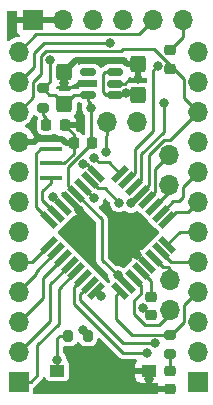
<source format=gbr>
%TF.GenerationSoftware,KiCad,Pcbnew,6.0.11-2627ca5db0~126~ubuntu22.04.1*%
%TF.CreationDate,2023-09-30T14:12:33+02:00*%
%TF.ProjectId,atmega328pb-nano,61746d65-6761-4333-9238-70622d6e616e,rev?*%
%TF.SameCoordinates,Original*%
%TF.FileFunction,Copper,L1,Top*%
%TF.FilePolarity,Positive*%
%FSLAX46Y46*%
G04 Gerber Fmt 4.6, Leading zero omitted, Abs format (unit mm)*
G04 Created by KiCad (PCBNEW 6.0.11-2627ca5db0~126~ubuntu22.04.1) date 2023-09-30 14:12:33*
%MOMM*%
%LPD*%
G01*
G04 APERTURE LIST*
G04 Aperture macros list*
%AMRoundRect*
0 Rectangle with rounded corners*
0 $1 Rounding radius*
0 $2 $3 $4 $5 $6 $7 $8 $9 X,Y pos of 4 corners*
0 Add a 4 corners polygon primitive as box body*
4,1,4,$2,$3,$4,$5,$6,$7,$8,$9,$2,$3,0*
0 Add four circle primitives for the rounded corners*
1,1,$1+$1,$2,$3*
1,1,$1+$1,$4,$5*
1,1,$1+$1,$6,$7*
1,1,$1+$1,$8,$9*
0 Add four rect primitives between the rounded corners*
20,1,$1+$1,$2,$3,$4,$5,0*
20,1,$1+$1,$4,$5,$6,$7,0*
20,1,$1+$1,$6,$7,$8,$9,0*
20,1,$1+$1,$8,$9,$2,$3,0*%
%AMRotRect*
0 Rectangle, with rotation*
0 The origin of the aperture is its center*
0 $1 length*
0 $2 width*
0 $3 Rotation angle, in degrees counterclockwise*
0 Add horizontal line*
21,1,$1,$2,0,0,$3*%
G04 Aperture macros list end*
%TA.AperFunction,ComponentPad*%
%ADD10R,1.700000X1.700000*%
%TD*%
%TA.AperFunction,ComponentPad*%
%ADD11O,1.700000X1.700000*%
%TD*%
%TA.AperFunction,SMDPad,CuDef*%
%ADD12RoundRect,0.200000X-0.200000X-0.275000X0.200000X-0.275000X0.200000X0.275000X-0.200000X0.275000X0*%
%TD*%
%TA.AperFunction,SMDPad,CuDef*%
%ADD13RoundRect,0.200000X0.275000X-0.200000X0.275000X0.200000X-0.275000X0.200000X-0.275000X-0.200000X0*%
%TD*%
%TA.AperFunction,SMDPad,CuDef*%
%ADD14RoundRect,0.225000X0.250000X-0.225000X0.250000X0.225000X-0.250000X0.225000X-0.250000X-0.225000X0*%
%TD*%
%TA.AperFunction,SMDPad,CuDef*%
%ADD15RoundRect,0.218750X0.218750X0.256250X-0.218750X0.256250X-0.218750X-0.256250X0.218750X-0.256250X0*%
%TD*%
%TA.AperFunction,SMDPad,CuDef*%
%ADD16RoundRect,0.250000X0.425000X-0.450000X0.425000X0.450000X-0.425000X0.450000X-0.425000X-0.450000X0*%
%TD*%
%TA.AperFunction,SMDPad,CuDef*%
%ADD17R,1.900000X0.400000*%
%TD*%
%TA.AperFunction,SMDPad,CuDef*%
%ADD18RoundRect,0.225000X-0.225000X-0.250000X0.225000X-0.250000X0.225000X0.250000X-0.225000X0.250000X0*%
%TD*%
%TA.AperFunction,SMDPad,CuDef*%
%ADD19RoundRect,0.225000X-0.250000X0.225000X-0.250000X-0.225000X0.250000X-0.225000X0.250000X0.225000X0*%
%TD*%
%TA.AperFunction,SMDPad,CuDef*%
%ADD20RoundRect,0.150000X0.512500X0.150000X-0.512500X0.150000X-0.512500X-0.150000X0.512500X-0.150000X0*%
%TD*%
%TA.AperFunction,SMDPad,CuDef*%
%ADD21RoundRect,0.218750X0.256250X-0.218750X0.256250X0.218750X-0.256250X0.218750X-0.256250X-0.218750X0*%
%TD*%
%TA.AperFunction,SMDPad,CuDef*%
%ADD22RotRect,1.600000X0.550000X315.000000*%
%TD*%
%TA.AperFunction,SMDPad,CuDef*%
%ADD23RotRect,1.600000X0.550000X45.000000*%
%TD*%
%TA.AperFunction,SMDPad,CuDef*%
%ADD24R,1.250000X1.000000*%
%TD*%
%TA.AperFunction,ViaPad*%
%ADD25C,0.800000*%
%TD*%
%TA.AperFunction,Conductor*%
%ADD26C,0.250000*%
%TD*%
%TA.AperFunction,Conductor*%
%ADD27C,0.500000*%
%TD*%
G04 APERTURE END LIST*
D10*
%TO.P,J2,1,Pin_1*%
%TO.N,GNDD*%
X173250000Y-93625000D03*
D11*
%TO.P,J2,2,Pin_2*%
X175790000Y-93625000D03*
%TO.P,J2,3,Pin_3*%
%TO.N,+5VD*%
X178330000Y-93625000D03*
%TO.P,J2,4,Pin_4*%
%TO.N,RXD*%
X180870000Y-93625000D03*
%TO.P,J2,5,Pin_5*%
%TO.N,TXD*%
X183410000Y-93625000D03*
%TO.P,J2,6,Pin_6*%
%TO.N,DTR*%
X185950000Y-93625000D03*
%TD*%
D12*
%TO.P,R11,1*%
%TO.N,~{RESET}*%
X176225000Y-120375000D03*
%TO.P,R11,2*%
%TO.N,+5VD*%
X177875000Y-120375000D03*
%TD*%
D13*
%TO.P,R20,1*%
%TO.N,Net-(D20-Pad2)*%
X174075000Y-101050000D03*
%TO.P,R20,2*%
%TO.N,+5VD*%
X174075000Y-99400000D03*
%TD*%
D11*
%TO.P,J12,1,Pin_1*%
%TO.N,A4*%
X184750000Y-107600000D03*
%TO.P,J12,2,Pin_2*%
%TO.N,A5*%
X184750000Y-105060000D03*
%TD*%
D14*
%TO.P,C12,1*%
%TO.N,GNDD*%
X183200000Y-118575000D03*
%TO.P,C12,2*%
%TO.N,Net-(C12-Pad2)*%
X183200000Y-117025000D03*
%TD*%
D15*
%TO.P,D20,1,K*%
%TO.N,GNDD*%
X175937500Y-102525000D03*
%TO.P,D20,2,A*%
%TO.N,Net-(D20-Pad2)*%
X174362500Y-102525000D03*
%TD*%
D16*
%TO.P,C21,1*%
%TO.N,+5VD*%
X175875000Y-100700000D03*
%TO.P,C21,2*%
%TO.N,GNDD*%
X175875000Y-98000000D03*
%TD*%
D13*
%TO.P,R10,1*%
%TO.N,Net-(D10-Pad2)*%
X184800000Y-121925000D03*
%TO.P,R10,2*%
%TO.N,SCK*%
X184800000Y-120275000D03*
%TD*%
D11*
%TO.P,J14,1,Pin_1*%
%TO.N,SDA1*%
X182020000Y-102225000D03*
%TO.P,J14,2,Pin_2*%
%TO.N,SCL1*%
X179480000Y-102225000D03*
%TD*%
D17*
%TO.P,Y1,1,1*%
%TO.N,Net-(U1-Pad7)*%
X174725000Y-106950000D03*
%TO.P,Y1,2,2*%
%TO.N,GNDD*%
X174725000Y-105750000D03*
%TO.P,Y1,3,3*%
%TO.N,Net-(U1-Pad8)*%
X174725000Y-104550000D03*
%TD*%
D18*
%TO.P,C10,1*%
%TO.N,GNDD*%
X176650000Y-104050000D03*
%TO.P,C10,2*%
%TO.N,+5VD*%
X178200000Y-104050000D03*
%TD*%
D19*
%TO.P,C13,1*%
%TO.N,DTR*%
X184850000Y-96175000D03*
%TO.P,C13,2*%
%TO.N,~{RESET}*%
X184850000Y-97725000D03*
%TD*%
D11*
%TO.P,J13,1,Pin_1*%
%TO.N,A6*%
X184800000Y-118175000D03*
%TO.P,J13,2,Pin_2*%
%TO.N,A7*%
X184800000Y-115635000D03*
%TD*%
D20*
%TO.P,U20,1,IN*%
%TO.N,RAW*%
X180162500Y-99950000D03*
%TO.P,U20,2,GND*%
%TO.N,GNDD*%
X180162500Y-99000000D03*
%TO.P,U20,3,EN*%
%TO.N,RAW*%
X180162500Y-98050000D03*
%TO.P,U20,4,BP*%
%TO.N,unconnected-(U20-Pad4)*%
X177887500Y-98050000D03*
%TO.P,U20,5,OUT*%
%TO.N,+5VD*%
X177887500Y-99950000D03*
%TD*%
D21*
%TO.P,D10,1,K*%
%TO.N,GNDD*%
X184800000Y-124887500D03*
%TO.P,D10,2,A*%
%TO.N,Net-(D10-Pad2)*%
X184800000Y-123312500D03*
%TD*%
D10*
%TO.P,J10,1,Pin_1*%
%TO.N,D9*%
X172000000Y-124250000D03*
D11*
%TO.P,J10,2,Pin_2*%
%TO.N,D8*%
X172000000Y-121710000D03*
%TO.P,J10,3,Pin_3*%
%TO.N,D7*%
X172000000Y-119170000D03*
%TO.P,J10,4,Pin_4*%
%TO.N,D6*%
X172000000Y-116630000D03*
%TO.P,J10,5,Pin_5*%
%TO.N,D5*%
X172000000Y-114090000D03*
%TO.P,J10,6,Pin_6*%
%TO.N,D4*%
X172000000Y-111550000D03*
%TO.P,J10,7,Pin_7*%
%TO.N,D3*%
X172000000Y-109010000D03*
%TO.P,J10,8,Pin_8*%
%TO.N,D2*%
X172000000Y-106470000D03*
%TO.P,J10,9,Pin_9*%
%TO.N,GNDD*%
X172000000Y-103930000D03*
%TO.P,J10,10,Pin_10*%
%TO.N,~{RESET}*%
X172000000Y-101390000D03*
%TO.P,J10,11,Pin_11*%
%TO.N,RXD*%
X172000000Y-98850000D03*
%TO.P,J10,12,Pin_12*%
%TO.N,TXD*%
X172000000Y-96310000D03*
%TD*%
D22*
%TO.P,U1,1,(OC2B/INT1/PTCXY)PD3*%
%TO.N,D3*%
X178574695Y-106614897D03*
%TO.P,U1,2,(XCK0/T0/PTCXY)PD4*%
%TO.N,D4*%
X178009010Y-107180583D03*
%TO.P,U1,3,PE0(PTCXY/SDA1/ICP4/ACO)*%
%TO.N,SDA1*%
X177443324Y-107746268D03*
%TO.P,U1,4,VCC*%
%TO.N,+5VD*%
X176877639Y-108311953D03*
%TO.P,U1,5,GND*%
%TO.N,GNDD*%
X176311953Y-108877639D03*
%TO.P,U1,6,PE1(PTCXY/SCL1/T4)*%
%TO.N,SCL1*%
X175746268Y-109443324D03*
%TO.P,U1,7,(XTAL1/TOSC1)PB6*%
%TO.N,Net-(U1-Pad7)*%
X175180583Y-110009010D03*
%TO.P,U1,8,(XTAL2/TOSC2)PB7*%
%TO.N,Net-(U1-Pad8)*%
X174614897Y-110574695D03*
D23*
%TO.P,U1,9,(OC0B/T1/PTCXY)PD5*%
%TO.N,D5*%
X174614897Y-112625305D03*
%TO.P,U1,10,(OC0A/AIN0/PTCXY)PD6*%
%TO.N,D6*%
X175180583Y-113190990D03*
%TO.P,U1,11,(AIN1/PTCXY)PD7*%
%TO.N,D7*%
X175746268Y-113756676D03*
%TO.P,U1,12,(CLKO/ICP1/PTCXY)PB0*%
%TO.N,D8*%
X176311953Y-114322361D03*
%TO.P,U1,13,(OC1A/PTCXY)PB1*%
%TO.N,D9*%
X176877639Y-114888047D03*
%TO.P,U1,14,(OC1B/~{SS0}/PTCXY)PB2*%
%TO.N,D10*%
X177443324Y-115453732D03*
%TO.P,U1,15,(MOSI0/TXD1/OC2A/PTCXY)PB3*%
%TO.N,MOSI*%
X178009010Y-116019417D03*
%TO.P,U1,16,(MISO0/RXD1/PTCXY)PB4*%
%TO.N,MISO*%
X178574695Y-116585103D03*
D22*
%TO.P,U1,17,(XCK0/SCK0/PTCXY)PB5*%
%TO.N,SCK*%
X180625305Y-116585103D03*
%TO.P,U1,18,AVCC*%
%TO.N,+5VD*%
X181190990Y-116019417D03*
%TO.P,U1,19,PE2(PTCY/ADC6/ICP3/~{SS1})*%
%TO.N,A6*%
X181756676Y-115453732D03*
%TO.P,U1,20,AREF*%
%TO.N,Net-(C12-Pad2)*%
X182322361Y-114888047D03*
%TO.P,U1,21,GND*%
%TO.N,GNDD*%
X182888047Y-114322361D03*
%TO.P,U1,22,PE3(PTCY/ADC7/T3/MOSI1)*%
%TO.N,A7*%
X183453732Y-113756676D03*
%TO.P,U1,23,(MISO1/ADC0/PTCY)PC0*%
%TO.N,A0*%
X184019417Y-113190990D03*
%TO.P,U1,24,(SCK1/ADC1/PTCY)PC1*%
%TO.N,A1*%
X184585103Y-112625305D03*
D23*
%TO.P,U1,25,(ADC2/PTCY)PC2*%
%TO.N,A2*%
X184585103Y-110574695D03*
%TO.P,U1,26,(ADC3/PTCY)PC3*%
%TO.N,A3*%
X184019417Y-110009010D03*
%TO.P,U1,27,(SDA0/ADC4/PTCY)PC4*%
%TO.N,A4*%
X183453732Y-109443324D03*
%TO.P,U1,28,(SCL0/ADC5/PTCY)PC5*%
%TO.N,A5*%
X182888047Y-108877639D03*
%TO.P,U1,29,(~{RESET})PC6*%
%TO.N,~{RESET}*%
X182322361Y-108311953D03*
%TO.P,U1,30,(RXD0/OC3A/PTCXY)PD0*%
%TO.N,RXD*%
X181756676Y-107746268D03*
%TO.P,U1,31,(TXD0/OC4A/PTCXY)PD1*%
%TO.N,TXD*%
X181190990Y-107180583D03*
%TO.P,U1,32,(OC3B/OC4B/INT0/PTCXY)PD2*%
%TO.N,D2*%
X180625305Y-106614897D03*
%TD*%
D24*
%TO.P,SW1,1,A*%
%TO.N,GNDD*%
X183025000Y-123300000D03*
%TO.P,SW1,2,B*%
%TO.N,~{RESET}*%
X175275000Y-123300000D03*
%TD*%
D10*
%TO.P,J11,1,Pin_1*%
%TO.N,D10*%
X187200000Y-124250000D03*
D11*
%TO.P,J11,2,Pin_2*%
%TO.N,MOSI*%
X187200000Y-121710000D03*
%TO.P,J11,3,Pin_3*%
%TO.N,MISO*%
X187200000Y-119170000D03*
%TO.P,J11,4,Pin_4*%
%TO.N,SCK*%
X187200000Y-116630000D03*
%TO.P,J11,5,Pin_5*%
%TO.N,A0*%
X187200000Y-114090000D03*
%TO.P,J11,6,Pin_6*%
%TO.N,A1*%
X187200000Y-111550000D03*
%TO.P,J11,7,Pin_7*%
%TO.N,A2*%
X187200000Y-109010000D03*
%TO.P,J11,8,Pin_8*%
%TO.N,A3*%
X187200000Y-106470000D03*
%TO.P,J11,9,Pin_9*%
%TO.N,+5VD*%
X187200000Y-103930000D03*
%TO.P,J11,10,Pin_10*%
%TO.N,~{RESET}*%
X187200000Y-101390000D03*
%TO.P,J11,11,Pin_11*%
%TO.N,GNDD*%
X187200000Y-98850000D03*
%TO.P,J11,12,Pin_12*%
%TO.N,RAW*%
X187200000Y-96310000D03*
%TD*%
D16*
%TO.P,C20,1*%
%TO.N,RAW*%
X182150000Y-100000000D03*
%TO.P,C20,2*%
%TO.N,GNDD*%
X182150000Y-97300000D03*
%TD*%
D25*
%TO.N,GNDD*%
X182125000Y-98650000D03*
X175825000Y-98950000D03*
X177112500Y-109662500D03*
X182500000Y-118000000D03*
X182050000Y-113500000D03*
X183025000Y-124025000D03*
%TO.N,~{RESET}*%
X181500000Y-109150000D03*
X175275000Y-122375000D03*
%TO.N,RAW*%
X181125000Y-99800000D03*
%TO.N,+5VD*%
X177450000Y-119850000D03*
X178125000Y-101075000D03*
X174700000Y-97000000D03*
X180375000Y-115225000D03*
%TO.N,MISO*%
X178950000Y-116950000D03*
%TO.N,MOSI*%
X183550000Y-121000000D03*
%TO.N,TXD*%
X183775000Y-97475000D03*
%TO.N,RXD*%
X184275000Y-100675000D03*
X179725000Y-95525000D03*
%TO.N,D4*%
X180500000Y-109100000D03*
%TO.N,D3*%
X177450000Y-105800000D03*
%TO.N,D2*%
X178400000Y-105275000D03*
%TO.N,D10*%
X182900000Y-121800000D03*
%TO.N,SDA1*%
X178425000Y-108700000D03*
%TO.N,SCL1*%
X179375000Y-104825000D03*
X174900000Y-108600000D03*
%TD*%
D26*
%TO.N,GNDD*%
X182888047Y-114322361D02*
X182872361Y-114322361D01*
D27*
X175675000Y-103700000D02*
X176025000Y-104050000D01*
X176850000Y-97025000D02*
X180900000Y-97025000D01*
X173550000Y-103700000D02*
X175675000Y-103700000D01*
D26*
X182500000Y-118000000D02*
X182975000Y-118475000D01*
X182872361Y-114322361D02*
X182050000Y-113500000D01*
D27*
X180900000Y-97025000D02*
X181175000Y-97300000D01*
D26*
X176650000Y-104925000D02*
X175825000Y-105750000D01*
X175962500Y-102550000D02*
X176650000Y-103237500D01*
X180162500Y-99000000D02*
X181000000Y-99000000D01*
X176327639Y-108877639D02*
X176311953Y-108877639D01*
X182125000Y-97325000D02*
X182150000Y-97300000D01*
X177112500Y-109662500D02*
X176327639Y-108877639D01*
D27*
X176025000Y-104050000D02*
X176650000Y-104050000D01*
D26*
X181350000Y-98650000D02*
X182125000Y-98650000D01*
X175825000Y-105750000D02*
X174600000Y-105750000D01*
X183025000Y-124025000D02*
X183025000Y-123300000D01*
X182975000Y-118475000D02*
X183200000Y-118475000D01*
X182125000Y-98650000D02*
X182125000Y-97325000D01*
D27*
X175875000Y-98000000D02*
X176850000Y-97025000D01*
X181175000Y-97300000D02*
X182150000Y-97300000D01*
D26*
X181000000Y-99000000D02*
X181350000Y-98650000D01*
D27*
X173320000Y-103930000D02*
X173550000Y-103700000D01*
X172000000Y-103930000D02*
X173320000Y-103930000D01*
D26*
X176650000Y-103237500D02*
X176650000Y-104925000D01*
%TO.N,Net-(C12-Pad2)*%
X183200000Y-115750000D02*
X183200000Y-116925000D01*
X182338047Y-114888047D02*
X183200000Y-115750000D01*
X182322361Y-114888047D02*
X182338047Y-114888047D01*
%TO.N,DTR*%
X184850000Y-96150000D02*
X185950000Y-95050000D01*
X185950000Y-95050000D02*
X185950000Y-93625000D01*
X184850000Y-96175000D02*
X184850000Y-96150000D01*
%TO.N,~{RESET}*%
X186000000Y-100190000D02*
X187200000Y-101390000D01*
X175275000Y-122375000D02*
X175275000Y-120575000D01*
X180650000Y-96275000D02*
X180850000Y-96075000D01*
X180850000Y-96075000D02*
X183475000Y-96075000D01*
X173250000Y-100175000D02*
X173250000Y-98900000D01*
X173250000Y-98900000D02*
X173925000Y-98225000D01*
X173925000Y-96700000D02*
X174350000Y-96275000D01*
X186000000Y-98600000D02*
X186000000Y-100190000D01*
X184850000Y-103750000D02*
X187200000Y-101400000D01*
X182322361Y-108311953D02*
X182322361Y-108327639D01*
X175275000Y-122375000D02*
X175275000Y-123300000D01*
X187200000Y-101400000D02*
X187200000Y-101390000D01*
X182322361Y-108311953D02*
X182322361Y-108252639D01*
X172035000Y-101390000D02*
X173250000Y-100175000D01*
X183025000Y-105075000D02*
X184350000Y-103750000D01*
X182322361Y-108327639D02*
X181500000Y-109150000D01*
X173925000Y-98225000D02*
X173925000Y-96700000D01*
X184350000Y-103750000D02*
X184850000Y-103750000D01*
X172000000Y-101390000D02*
X172035000Y-101390000D01*
X175275000Y-120575000D02*
X175475000Y-120375000D01*
X174350000Y-96275000D02*
X180650000Y-96275000D01*
X183475000Y-96075000D02*
X186000000Y-98600000D01*
X182322361Y-108252639D02*
X183025000Y-107550000D01*
X175475000Y-120375000D02*
X176225000Y-120375000D01*
X183025000Y-107550000D02*
X183025000Y-105075000D01*
%TO.N,RAW*%
X180162500Y-98050000D02*
X179350000Y-98050000D01*
X179175000Y-99725000D02*
X179400000Y-99950000D01*
X179400000Y-99950000D02*
X180162500Y-99950000D01*
X181125000Y-99800000D02*
X181950000Y-99800000D01*
X180975000Y-99950000D02*
X180162500Y-99950000D01*
X179350000Y-98050000D02*
X179175000Y-98225000D01*
X179175000Y-98225000D02*
X179175000Y-99725000D01*
X181950000Y-99800000D02*
X182150000Y-100000000D01*
X181125000Y-99800000D02*
X180975000Y-99950000D01*
%TO.N,+5VD*%
X176877639Y-108311953D02*
X176861953Y-108311953D01*
X176200000Y-107650000D02*
X176200000Y-106025000D01*
X179050000Y-113900000D02*
X179050000Y-110500000D01*
X174650000Y-98825000D02*
X174650000Y-97050000D01*
X179050000Y-110500000D02*
X176877639Y-108327639D01*
X178125000Y-101075000D02*
X178125000Y-103975000D01*
X174600000Y-99925000D02*
X174075000Y-99400000D01*
X175875000Y-100700000D02*
X175925000Y-100700000D01*
X178125000Y-104100000D02*
X178125000Y-104075000D01*
X176200000Y-106025000D02*
X178125000Y-104100000D01*
X177875000Y-120275000D02*
X177450000Y-119850000D01*
X175925000Y-100700000D02*
X176675000Y-99950000D01*
X181169417Y-116019417D02*
X181190990Y-116019417D01*
X174650000Y-97050000D02*
X174700000Y-97000000D01*
X175100000Y-99925000D02*
X174600000Y-99925000D01*
X176877639Y-108327639D02*
X176877639Y-108311953D01*
X176675000Y-99950000D02*
X177887500Y-99950000D01*
X177887500Y-100462500D02*
X177887500Y-99950000D01*
X178125000Y-103975000D02*
X178150000Y-104000000D01*
X178125000Y-101075000D02*
X178125000Y-100700000D01*
X177875000Y-120375000D02*
X177875000Y-120275000D01*
X176861953Y-108311953D02*
X176200000Y-107650000D01*
X175875000Y-100700000D02*
X175100000Y-99925000D01*
X180375000Y-115225000D02*
X181169417Y-116019417D01*
X174075000Y-99400000D02*
X174650000Y-98825000D01*
X178125000Y-100700000D02*
X177887500Y-100462500D01*
X180375000Y-115225000D02*
X179050000Y-113900000D01*
%TO.N,Net-(D10-Pad2)*%
X184800000Y-123312500D02*
X184800000Y-121925000D01*
%TO.N,Net-(D20-Pad2)*%
X174075000Y-101625000D02*
X174075000Y-101050000D01*
X174362500Y-101912500D02*
X174075000Y-101625000D01*
X174362500Y-102525000D02*
X174362500Y-101912500D01*
%TO.N,MISO*%
X178585103Y-116585103D02*
X178950000Y-116950000D01*
X178574695Y-116585103D02*
X178585103Y-116585103D01*
%TO.N,SCK*%
X186000000Y-119175000D02*
X186000000Y-117750000D01*
X184800000Y-120275000D02*
X184925000Y-120275000D01*
X184925000Y-120275000D02*
X184925000Y-120250000D01*
X181625000Y-120275000D02*
X184850000Y-120275000D01*
X180250000Y-116960408D02*
X180250000Y-118900000D01*
X187120000Y-116630000D02*
X187200000Y-116630000D01*
X180250000Y-118900000D02*
X181625000Y-120275000D01*
X184925000Y-120250000D02*
X186000000Y-119175000D01*
X184850000Y-120275000D02*
X184925000Y-120275000D01*
X180625305Y-116585103D02*
X180250000Y-116960408D01*
X186000000Y-117750000D02*
X187120000Y-116630000D01*
%TO.N,MOSI*%
X180850000Y-121000000D02*
X177200000Y-117350000D01*
X177200000Y-117350000D02*
X177200000Y-116850000D01*
X183550000Y-121000000D02*
X180850000Y-121000000D01*
X178009010Y-116040990D02*
X178009010Y-116019417D01*
X177200000Y-116850000D02*
X178009010Y-116040990D01*
%TO.N,TXD*%
X181850000Y-104550000D02*
X181850000Y-106550000D01*
X183400000Y-97850000D02*
X183400000Y-103000000D01*
X172000000Y-96310000D02*
X173510000Y-94800000D01*
X182235000Y-94800000D02*
X183410000Y-93625000D01*
X173510000Y-94800000D02*
X182235000Y-94800000D01*
X183400000Y-103000000D02*
X181850000Y-104550000D01*
X181850000Y-106550000D02*
X181219417Y-107180583D01*
X181219417Y-107180583D02*
X181190990Y-107180583D01*
X183775000Y-97475000D02*
X183400000Y-97850000D01*
%TO.N,RXD*%
X173275000Y-97575000D02*
X172000000Y-98850000D01*
X179725000Y-95525000D02*
X174125000Y-95525000D01*
X182400000Y-104950000D02*
X182400000Y-107100000D01*
X182400000Y-107100000D02*
X181756676Y-107743324D01*
X181756676Y-107743324D02*
X181756676Y-107746268D01*
X184275000Y-100675000D02*
X184275000Y-103075000D01*
X174125000Y-95525000D02*
X173275000Y-96375000D01*
X173275000Y-96375000D02*
X173275000Y-97575000D01*
X184275000Y-103075000D02*
X182400000Y-104950000D01*
%TO.N,D9*%
X176861953Y-114888047D02*
X176877639Y-114888047D01*
X173600000Y-123700000D02*
X173600000Y-121150000D01*
X175400000Y-119350000D02*
X175400000Y-116350000D01*
X175400000Y-116350000D02*
X176861953Y-114888047D01*
X173050000Y-124250000D02*
X173600000Y-123700000D01*
X173600000Y-121150000D02*
X175400000Y-119350000D01*
X172000000Y-124250000D02*
X173050000Y-124250000D01*
%TO.N,D8*%
X174650000Y-119060000D02*
X172000000Y-121710000D01*
X176311953Y-114322361D02*
X176311953Y-114338047D01*
X176311953Y-114338047D02*
X174650000Y-116000000D01*
X174650000Y-116000000D02*
X174650000Y-119060000D01*
%TO.N,D7*%
X174050000Y-115450000D02*
X174050000Y-117120000D01*
X175743324Y-113756676D02*
X174050000Y-115450000D01*
X175746268Y-113756676D02*
X175743324Y-113756676D01*
X174050000Y-117120000D02*
X172000000Y-119170000D01*
%TO.N,D6*%
X173450000Y-115150000D02*
X173450000Y-114921573D01*
X173450000Y-114921573D02*
X175180583Y-113190990D01*
X172000000Y-116600000D02*
X173450000Y-115150000D01*
X172000000Y-116630000D02*
X172000000Y-116600000D01*
%TO.N,D5*%
X172000000Y-114090000D02*
X173150202Y-114090000D01*
X173150202Y-114090000D02*
X174614897Y-112625305D01*
%TO.N,D4*%
X179275000Y-107875000D02*
X178703427Y-107875000D01*
X178703427Y-107875000D02*
X178009010Y-107180583D01*
X180500000Y-109100000D02*
X179275000Y-107875000D01*
%TO.N,D3*%
X178564897Y-106614897D02*
X177750000Y-105800000D01*
X177750000Y-105800000D02*
X177450000Y-105800000D01*
X178574695Y-106614897D02*
X178564897Y-106614897D01*
%TO.N,D2*%
X178400000Y-105275000D02*
X178800000Y-105675000D01*
X179685408Y-105675000D02*
X180625305Y-106614897D01*
X178800000Y-105675000D02*
X179685408Y-105675000D01*
%TO.N,D10*%
X180825000Y-121800000D02*
X176650000Y-117625000D01*
X176650000Y-116250000D02*
X177443324Y-115456676D01*
X176650000Y-117625000D02*
X176650000Y-116250000D01*
X177443324Y-115456676D02*
X177443324Y-115453732D01*
X182900000Y-121800000D02*
X180825000Y-121800000D01*
%TO.N,A0*%
X184019417Y-113219417D02*
X184890000Y-114090000D01*
X184019417Y-113190990D02*
X184019417Y-113219417D01*
X184890000Y-114090000D02*
X187200000Y-114090000D01*
%TO.N,A1*%
X185650000Y-111550000D02*
X187200000Y-111550000D01*
X184585103Y-112625305D02*
X184585103Y-112614897D01*
X184585103Y-112614897D02*
X185650000Y-111550000D01*
%TO.N,A2*%
X184585103Y-110564897D02*
X185300000Y-109850000D01*
X185300000Y-109850000D02*
X186360000Y-109850000D01*
X184585103Y-110574695D02*
X184585103Y-110564897D01*
X186360000Y-109850000D02*
X187200000Y-109010000D01*
%TO.N,A3*%
X184019417Y-110009010D02*
X184040990Y-110009010D01*
X185100000Y-108950000D02*
X185600000Y-108950000D01*
X185950000Y-108600000D02*
X185950000Y-107720000D01*
X184040990Y-110009010D02*
X185100000Y-108950000D01*
X185950000Y-107720000D02*
X187200000Y-106470000D01*
X185600000Y-108950000D02*
X185950000Y-108600000D01*
%TO.N,A4*%
X183453732Y-109443324D02*
X183456676Y-109443324D01*
X184750000Y-108150000D02*
X184750000Y-107600000D01*
X183456676Y-109443324D02*
X184750000Y-108150000D01*
%TO.N,A5*%
X182888047Y-108877639D02*
X182888047Y-108861953D01*
X183550000Y-108200000D02*
X183550000Y-106260000D01*
X182888047Y-108861953D02*
X183550000Y-108200000D01*
X183550000Y-106260000D02*
X184750000Y-105060000D01*
%TO.N,A6*%
X182400000Y-116097056D02*
X182400000Y-116750000D01*
X184800000Y-118500000D02*
X184800000Y-118175000D01*
X182675000Y-119425000D02*
X183875000Y-119425000D01*
X182400000Y-116750000D02*
X181750000Y-117400000D01*
X181750000Y-118500000D02*
X182675000Y-119425000D01*
X183875000Y-119425000D02*
X184800000Y-118500000D01*
X181750000Y-117400000D02*
X181750000Y-118500000D01*
X181756676Y-115453732D02*
X182400000Y-116097056D01*
%TO.N,A7*%
X184650000Y-114550000D02*
X184800000Y-114700000D01*
X184250000Y-114550000D02*
X184650000Y-114550000D01*
X183453732Y-113756676D02*
X183456676Y-113756676D01*
X184800000Y-114700000D02*
X184800000Y-115635000D01*
X183456676Y-113756676D02*
X184250000Y-114550000D01*
%TO.N,SDA1*%
X178425000Y-108700000D02*
X177471268Y-107746268D01*
X177443324Y-107746268D02*
X177496268Y-107746268D01*
X177471268Y-107746268D02*
X177443324Y-107746268D01*
%TO.N,SCL1*%
X179480000Y-103320000D02*
X179480000Y-101700000D01*
X179375000Y-104825000D02*
X179375000Y-103425000D01*
X179375000Y-103425000D02*
X179480000Y-103320000D01*
X175746268Y-109443324D02*
X175743324Y-109443324D01*
X175743324Y-109443324D02*
X174900000Y-108600000D01*
%TO.N,Net-(U1-Pad7)*%
X174000000Y-108850000D02*
X174000000Y-108100000D01*
X174000000Y-108100000D02*
X174725000Y-107375000D01*
X174725000Y-107375000D02*
X174725000Y-106950000D01*
X175159010Y-110009010D02*
X174000000Y-108850000D01*
X175180583Y-110009010D02*
X175159010Y-110009010D01*
%TO.N,Net-(U1-Pad8)*%
X174600000Y-104550000D02*
X173850000Y-104550000D01*
X173450000Y-109409798D02*
X174614897Y-110574695D01*
X173450000Y-104950000D02*
X173450000Y-109409798D01*
X173850000Y-104550000D02*
X173450000Y-104950000D01*
%TD*%
%TA.AperFunction,Conductor*%
%TO.N,GNDD*%
G36*
X178865012Y-120556765D02*
G01*
X178871595Y-120562894D01*
X180416753Y-122108052D01*
X180424334Y-122117539D01*
X180424708Y-122117221D01*
X180430523Y-122124054D01*
X180435315Y-122131648D01*
X180466831Y-122159482D01*
X180475484Y-122167124D01*
X180481171Y-122172470D01*
X180492565Y-122183864D01*
X180500851Y-122190074D01*
X180500887Y-122190101D01*
X180508725Y-122196482D01*
X180537332Y-122221747D01*
X180537335Y-122221749D01*
X180544061Y-122227689D01*
X180552189Y-122231505D01*
X180554835Y-122233243D01*
X180569325Y-122241950D01*
X180572084Y-122243460D01*
X180579266Y-122248843D01*
X180623422Y-122265396D01*
X180632708Y-122269309D01*
X180675391Y-122289349D01*
X180684264Y-122290731D01*
X180687291Y-122291656D01*
X180703635Y-122295944D01*
X180706717Y-122296622D01*
X180715118Y-122299771D01*
X180724064Y-122300436D01*
X180724065Y-122300436D01*
X180762124Y-122303264D01*
X180772173Y-122304418D01*
X180785544Y-122306500D01*
X180800986Y-122306500D01*
X180810324Y-122306846D01*
X180859804Y-122310523D01*
X180868578Y-122308650D01*
X180877059Y-122308072D01*
X180891950Y-122306500D01*
X181883082Y-122306500D01*
X181951203Y-122326502D01*
X181997696Y-122380158D01*
X182007800Y-122450432D01*
X181983908Y-122508065D01*
X181955214Y-122546351D01*
X181946676Y-122561946D01*
X181901522Y-122682394D01*
X181897895Y-122697649D01*
X181892369Y-122748514D01*
X181892000Y-122755328D01*
X181892000Y-123027885D01*
X181896475Y-123043124D01*
X181897865Y-123044329D01*
X181905548Y-123046000D01*
X183153000Y-123046000D01*
X183221121Y-123066002D01*
X183267614Y-123119658D01*
X183279000Y-123172000D01*
X183279000Y-124289884D01*
X183283475Y-124305123D01*
X183284865Y-124306328D01*
X183292548Y-124307999D01*
X183694669Y-124307999D01*
X183701488Y-124307630D01*
X183710230Y-124306680D01*
X183780112Y-124319209D01*
X183832127Y-124367530D01*
X183849761Y-124436302D01*
X183843429Y-124471610D01*
X183829421Y-124513843D01*
X183826555Y-124527210D01*
X183817386Y-124616700D01*
X183821475Y-124630624D01*
X183822865Y-124631829D01*
X183830548Y-124633500D01*
X184928000Y-124633500D01*
X184996121Y-124653502D01*
X185042614Y-124707158D01*
X185054000Y-124759500D01*
X185054000Y-125015500D01*
X185033998Y-125083621D01*
X184980342Y-125130114D01*
X184928000Y-125141500D01*
X183835115Y-125141500D01*
X183819876Y-125145975D01*
X183818671Y-125147365D01*
X183814121Y-125168283D01*
X183809711Y-125167324D01*
X183796998Y-125210621D01*
X183743342Y-125257114D01*
X183691000Y-125268500D01*
X173357040Y-125268500D01*
X173288919Y-125248498D01*
X173242426Y-125194842D01*
X173231869Y-125136158D01*
X173231500Y-125136158D01*
X173231500Y-124807308D01*
X173251502Y-124739187D01*
X173290987Y-124702832D01*
X173290238Y-124701807D01*
X173296485Y-124697244D01*
X173298048Y-124696331D01*
X173298344Y-124696058D01*
X173300239Y-124695050D01*
X173314882Y-124686494D01*
X173317524Y-124684804D01*
X173325693Y-124681090D01*
X173332493Y-124675231D01*
X173332496Y-124675229D01*
X173361407Y-124650318D01*
X173369312Y-124644040D01*
X173380250Y-124636049D01*
X173391168Y-124625131D01*
X173398015Y-124618773D01*
X173428802Y-124592245D01*
X173435604Y-124586384D01*
X173440488Y-124578849D01*
X173446085Y-124572433D01*
X173455491Y-124560808D01*
X173908052Y-124108247D01*
X173917539Y-124100666D01*
X173917221Y-124100292D01*
X173924054Y-124094477D01*
X173931648Y-124089685D01*
X173967124Y-124049515D01*
X173972470Y-124043829D01*
X173983864Y-124032435D01*
X173990103Y-124024110D01*
X173996487Y-124016268D01*
X174021747Y-123987667D01*
X174027689Y-123980939D01*
X174031503Y-123972815D01*
X174033237Y-123970176D01*
X174041936Y-123955700D01*
X174043460Y-123952917D01*
X174048842Y-123945735D01*
X174053623Y-123932982D01*
X174096263Y-123876216D01*
X174162824Y-123851514D01*
X174232173Y-123866720D01*
X174284709Y-123921676D01*
X174335513Y-124025151D01*
X174425399Y-124114880D01*
X174539503Y-124170655D01*
X174572284Y-124175437D01*
X174609316Y-124180840D01*
X174609320Y-124180840D01*
X174613842Y-124181500D01*
X175936158Y-124181500D01*
X175940706Y-124180830D01*
X175940713Y-124180830D01*
X176001459Y-124171888D01*
X176001461Y-124171887D01*
X176011144Y-124170462D01*
X176090502Y-124131499D01*
X176115803Y-124119077D01*
X176115804Y-124119076D01*
X176125151Y-124114487D01*
X176195686Y-124043829D01*
X176207522Y-124031972D01*
X176214880Y-124024601D01*
X176270655Y-123910497D01*
X176275656Y-123876216D01*
X176280259Y-123844669D01*
X181892001Y-123844669D01*
X181892371Y-123851490D01*
X181897895Y-123902352D01*
X181901521Y-123917604D01*
X181946676Y-124038054D01*
X181955214Y-124053649D01*
X182031715Y-124155724D01*
X182044276Y-124168285D01*
X182146351Y-124244786D01*
X182161946Y-124253324D01*
X182282394Y-124298478D01*
X182297649Y-124302105D01*
X182348514Y-124307631D01*
X182355328Y-124308000D01*
X182752885Y-124308000D01*
X182768124Y-124303525D01*
X182769329Y-124302135D01*
X182771000Y-124294452D01*
X182771000Y-123572115D01*
X182766525Y-123556876D01*
X182765135Y-123555671D01*
X182757452Y-123554000D01*
X181910116Y-123554000D01*
X181894877Y-123558475D01*
X181893672Y-123559865D01*
X181892001Y-123567548D01*
X181892001Y-123844669D01*
X176280259Y-123844669D01*
X176280840Y-123840684D01*
X176280840Y-123840680D01*
X176281500Y-123836158D01*
X176281500Y-122763842D01*
X176277593Y-122737294D01*
X176271888Y-122698541D01*
X176271887Y-122698539D01*
X176270462Y-122688856D01*
X176260798Y-122669173D01*
X176219077Y-122584197D01*
X176219076Y-122584196D01*
X176214487Y-122574849D01*
X176144132Y-122504617D01*
X176131972Y-122492478D01*
X176124601Y-122485120D01*
X176115244Y-122480546D01*
X176114258Y-122479843D01*
X176070415Y-122424002D01*
X176062798Y-122382857D01*
X176061583Y-122382916D01*
X176061390Y-122378963D01*
X176061445Y-122375000D01*
X176041901Y-122200764D01*
X176038179Y-122190074D01*
X175986557Y-122041835D01*
X175986556Y-122041833D01*
X175984242Y-122035188D01*
X175959493Y-121995581D01*
X175895065Y-121892474D01*
X175895062Y-121892470D01*
X175891332Y-121886501D01*
X175882835Y-121877944D01*
X175818095Y-121812752D01*
X175784287Y-121750321D01*
X175781500Y-121723967D01*
X175781500Y-121348136D01*
X175801502Y-121280015D01*
X175855158Y-121233522D01*
X175923946Y-121223214D01*
X175986884Y-121231500D01*
X176463116Y-121231500D01*
X176467203Y-121230962D01*
X176568616Y-121217611D01*
X176568618Y-121217610D01*
X176576802Y-121216533D01*
X176657262Y-121183205D01*
X176710631Y-121161099D01*
X176710633Y-121161098D01*
X176718259Y-121157939D01*
X176839731Y-121064731D01*
X176932939Y-120943259D01*
X176936099Y-120935630D01*
X176940229Y-120928477D01*
X176942963Y-120930056D01*
X176978141Y-120886404D01*
X177045505Y-120863984D01*
X177114296Y-120881543D01*
X177158613Y-120929145D01*
X177159771Y-120928477D01*
X177163901Y-120935630D01*
X177167061Y-120943259D01*
X177260269Y-121064731D01*
X177381741Y-121157939D01*
X177389367Y-121161098D01*
X177389369Y-121161099D01*
X177442738Y-121183205D01*
X177523198Y-121216533D01*
X177531382Y-121217610D01*
X177531384Y-121217611D01*
X177632797Y-121230962D01*
X177636884Y-121231500D01*
X178113116Y-121231500D01*
X178117203Y-121230962D01*
X178218616Y-121217611D01*
X178218618Y-121217610D01*
X178226802Y-121216533D01*
X178307262Y-121183205D01*
X178360631Y-121161099D01*
X178360633Y-121161098D01*
X178368259Y-121157939D01*
X178489731Y-121064731D01*
X178582939Y-120943259D01*
X178588786Y-120929145D01*
X178638374Y-120809428D01*
X178641533Y-120801802D01*
X178647272Y-120758215D01*
X178655962Y-120692203D01*
X178655962Y-120692202D01*
X178656500Y-120688116D01*
X178656500Y-120651989D01*
X178676502Y-120583868D01*
X178730158Y-120537375D01*
X178800432Y-120527271D01*
X178865012Y-120556765D01*
G37*
%TD.AperFunction*%
%TA.AperFunction,Conductor*%
G36*
X175801778Y-108179045D02*
G01*
X175844267Y-108207013D01*
X177004676Y-109367422D01*
X177008371Y-109370169D01*
X177008376Y-109370173D01*
X177057647Y-109406799D01*
X177065505Y-109412640D01*
X177074767Y-109415802D01*
X177074769Y-109415803D01*
X177133637Y-109435900D01*
X177185700Y-109453674D01*
X177196111Y-109453665D01*
X177206388Y-109455366D01*
X177206125Y-109456954D01*
X177263028Y-109473609D01*
X177284095Y-109490571D01*
X177403641Y-109610117D01*
X177440291Y-109630130D01*
X177461149Y-109634667D01*
X177489862Y-109656161D01*
X178506595Y-110672894D01*
X178540621Y-110735206D01*
X178543500Y-110761989D01*
X178543500Y-113829157D01*
X178542152Y-113841221D01*
X178542642Y-113841260D01*
X178541922Y-113850206D01*
X178539941Y-113858962D01*
X178540497Y-113867922D01*
X178543258Y-113912432D01*
X178543500Y-113920233D01*
X178543500Y-113936366D01*
X178544136Y-113940807D01*
X178544136Y-113940809D01*
X178544976Y-113946677D01*
X178546005Y-113956726D01*
X178548924Y-114003768D01*
X178551974Y-114012215D01*
X178552616Y-114015317D01*
X178556701Y-114031702D01*
X178557588Y-114034735D01*
X178558860Y-114043619D01*
X178562574Y-114051786D01*
X178562574Y-114051788D01*
X178578372Y-114086533D01*
X178582185Y-114095901D01*
X178598188Y-114140232D01*
X178603479Y-114147475D01*
X178604945Y-114150232D01*
X178613506Y-114164882D01*
X178615196Y-114167524D01*
X178618910Y-114175693D01*
X178624769Y-114182493D01*
X178624771Y-114182496D01*
X178649682Y-114211407D01*
X178655960Y-114219312D01*
X178663951Y-114230250D01*
X178674869Y-114241168D01*
X178681227Y-114248015D01*
X178713616Y-114285604D01*
X178721151Y-114290488D01*
X178727567Y-114296085D01*
X178739192Y-114305491D01*
X179552584Y-115118883D01*
X179586610Y-115181195D01*
X179589342Y-115208397D01*
X179588632Y-115214020D01*
X179589319Y-115221027D01*
X179589319Y-115221030D01*
X179592322Y-115251652D01*
X179605741Y-115388511D01*
X179661083Y-115554876D01*
X179664730Y-115560898D01*
X179664731Y-115560900D01*
X179731945Y-115671884D01*
X179750124Y-115740514D01*
X179728313Y-115808077D01*
X179713264Y-115826250D01*
X179689095Y-115850419D01*
X179626783Y-115884445D01*
X179555968Y-115879380D01*
X179510905Y-115850419D01*
X179190120Y-115529634D01*
X179186430Y-115526891D01*
X179186422Y-115526884D01*
X179133196Y-115487318D01*
X179107342Y-115461497D01*
X179067209Y-115407654D01*
X179067206Y-115407650D01*
X179064479Y-115403992D01*
X178624435Y-114963948D01*
X178620745Y-114961205D01*
X178620737Y-114961198D01*
X178567507Y-114921629D01*
X178541653Y-114895808D01*
X178501523Y-114841969D01*
X178501520Y-114841965D01*
X178498793Y-114838307D01*
X178058749Y-114398263D01*
X178055054Y-114395517D01*
X178055048Y-114395511D01*
X178001823Y-114355944D01*
X177975971Y-114330125D01*
X177935841Y-114276287D01*
X177935832Y-114276277D01*
X177933108Y-114272622D01*
X177493064Y-113832578D01*
X177489374Y-113829835D01*
X177489366Y-113829828D01*
X177436138Y-113790260D01*
X177410284Y-113764440D01*
X177394338Y-113743046D01*
X177367422Y-113706936D01*
X176927378Y-113266892D01*
X176923683Y-113264146D01*
X176923677Y-113264140D01*
X176870452Y-113224573D01*
X176844600Y-113198754D01*
X176804470Y-113144916D01*
X176804461Y-113144906D01*
X176801737Y-113141251D01*
X176361693Y-112701207D01*
X176358003Y-112698464D01*
X176357995Y-112698457D01*
X176304769Y-112658891D01*
X176278915Y-112633070D01*
X176238782Y-112579227D01*
X176238779Y-112579223D01*
X176236052Y-112575565D01*
X175796008Y-112135521D01*
X175792318Y-112132778D01*
X175792310Y-112132771D01*
X175739080Y-112093202D01*
X175713226Y-112067381D01*
X175673096Y-112013542D01*
X175673093Y-112013538D01*
X175670366Y-112009880D01*
X175349581Y-111689095D01*
X175315555Y-111626783D01*
X175320620Y-111555968D01*
X175349581Y-111510905D01*
X175670366Y-111190120D01*
X175673109Y-111186430D01*
X175673116Y-111186422D01*
X175712682Y-111133196D01*
X175738503Y-111107342D01*
X175792346Y-111067209D01*
X175792350Y-111067206D01*
X175796008Y-111064479D01*
X176236052Y-110624435D01*
X176238795Y-110620745D01*
X176238802Y-110620737D01*
X176278371Y-110567507D01*
X176304192Y-110541653D01*
X176358031Y-110501523D01*
X176358035Y-110501520D01*
X176361693Y-110498793D01*
X176684198Y-110176288D01*
X176746510Y-110142262D01*
X176755430Y-110140656D01*
X176818340Y-110131646D01*
X176835403Y-110126656D01*
X176952500Y-110073417D01*
X176965854Y-110065194D01*
X177005735Y-110033128D01*
X177010798Y-110028585D01*
X177044433Y-109994950D01*
X177052045Y-109981008D01*
X177051914Y-109979173D01*
X177047663Y-109972559D01*
X176924792Y-109849688D01*
X176890766Y-109787376D01*
X176888016Y-109761904D01*
X176887887Y-109761134D01*
X176887878Y-109750718D01*
X176872512Y-109705966D01*
X176849809Y-109639843D01*
X176846634Y-109630596D01*
X176840793Y-109622759D01*
X176840791Y-109622756D01*
X176812581Y-109584910D01*
X176801737Y-109570361D01*
X175692524Y-108461148D01*
X175662628Y-108413490D01*
X175636181Y-108337545D01*
X175632667Y-108266636D01*
X175668048Y-108205083D01*
X175731091Y-108172431D01*
X175801778Y-108179045D01*
G37*
%TD.AperFunction*%
%TA.AperFunction,Conductor*%
G36*
X179413805Y-108730106D02*
G01*
X179677584Y-108993885D01*
X179711610Y-109056197D01*
X179714342Y-109083397D01*
X179713632Y-109089020D01*
X179730741Y-109263511D01*
X179786083Y-109429876D01*
X179789730Y-109435898D01*
X179789731Y-109435900D01*
X179871164Y-109570361D01*
X179876908Y-109579846D01*
X179998701Y-109705966D01*
X180004593Y-109709821D01*
X180004597Y-109709825D01*
X180067089Y-109750718D01*
X180145410Y-109801970D01*
X180152014Y-109804426D01*
X180303140Y-109860629D01*
X180303142Y-109860629D01*
X180309742Y-109863084D01*
X180316725Y-109864016D01*
X180316726Y-109864016D01*
X180476549Y-109885342D01*
X180476553Y-109885342D01*
X180483530Y-109886273D01*
X180490541Y-109885635D01*
X180490545Y-109885635D01*
X180628105Y-109873115D01*
X180658137Y-109870382D01*
X180664839Y-109868204D01*
X180664841Y-109868204D01*
X180818185Y-109818380D01*
X180818188Y-109818379D01*
X180824884Y-109816203D01*
X180830935Y-109812596D01*
X180830937Y-109812595D01*
X180896384Y-109773581D01*
X180965138Y-109755881D01*
X181029893Y-109776378D01*
X181145410Y-109851970D01*
X181152014Y-109854426D01*
X181303140Y-109910629D01*
X181303142Y-109910629D01*
X181309742Y-109913084D01*
X181316725Y-109914016D01*
X181316726Y-109914016D01*
X181476549Y-109935342D01*
X181476553Y-109935342D01*
X181483530Y-109936273D01*
X181490541Y-109935635D01*
X181490545Y-109935635D01*
X181632887Y-109922680D01*
X181658137Y-109920382D01*
X181664839Y-109918204D01*
X181664841Y-109918204D01*
X181818185Y-109868380D01*
X181818188Y-109868379D01*
X181824884Y-109866203D01*
X181975484Y-109776427D01*
X181976526Y-109778175D01*
X182033556Y-109756461D01*
X182103031Y-109771080D01*
X182132495Y-109792981D01*
X182272622Y-109933108D01*
X182276317Y-109935854D01*
X182276323Y-109935860D01*
X182329548Y-109975427D01*
X182355400Y-110001246D01*
X182395530Y-110055084D01*
X182395539Y-110055094D01*
X182398263Y-110058749D01*
X182838307Y-110498793D01*
X182841997Y-110501536D01*
X182842005Y-110501543D01*
X182895231Y-110541109D01*
X182921085Y-110566930D01*
X182961192Y-110620737D01*
X182963948Y-110624435D01*
X183403992Y-111064479D01*
X183407682Y-111067222D01*
X183407690Y-111067229D01*
X183460920Y-111106798D01*
X183486774Y-111132619D01*
X183526878Y-111186422D01*
X183529634Y-111190120D01*
X183850419Y-111510905D01*
X183884445Y-111573217D01*
X183879380Y-111644032D01*
X183850419Y-111689095D01*
X183529634Y-112009880D01*
X183526891Y-112013570D01*
X183526884Y-112013578D01*
X183487318Y-112066804D01*
X183461497Y-112092658D01*
X183407654Y-112132791D01*
X183407650Y-112132794D01*
X183403992Y-112135521D01*
X182963948Y-112575565D01*
X182961205Y-112579255D01*
X182961198Y-112579263D01*
X182921629Y-112632493D01*
X182895808Y-112658347D01*
X182841969Y-112698477D01*
X182841965Y-112698480D01*
X182838307Y-112701207D01*
X182515802Y-113023712D01*
X182453490Y-113057738D01*
X182444570Y-113059344D01*
X182381660Y-113068354D01*
X182364597Y-113073344D01*
X182247500Y-113126583D01*
X182234146Y-113134806D01*
X182194265Y-113166872D01*
X182189202Y-113171415D01*
X182155567Y-113205050D01*
X182147955Y-113218992D01*
X182148086Y-113220827D01*
X182152337Y-113227441D01*
X182275208Y-113350312D01*
X182309234Y-113412624D01*
X182311984Y-113438096D01*
X182312113Y-113438866D01*
X182312122Y-113449282D01*
X182353366Y-113569404D01*
X182359207Y-113577241D01*
X182359209Y-113577244D01*
X182366221Y-113586651D01*
X182398263Y-113629639D01*
X183080026Y-114311402D01*
X183114052Y-114373714D01*
X183108987Y-114444529D01*
X183080026Y-114489592D01*
X183055277Y-114514341D01*
X182992965Y-114548367D01*
X182922150Y-114543302D01*
X182877087Y-114514341D01*
X182195324Y-113832578D01*
X182191625Y-113829828D01*
X182191624Y-113829827D01*
X182142353Y-113793201D01*
X182142351Y-113793200D01*
X182134495Y-113787360D01*
X182125233Y-113784198D01*
X182125231Y-113784197D01*
X182024151Y-113749689D01*
X182014300Y-113746326D01*
X182003889Y-113746335D01*
X181993612Y-113744634D01*
X181993875Y-113743046D01*
X181936972Y-113726391D01*
X181915905Y-113709429D01*
X181796359Y-113589883D01*
X181782415Y-113582269D01*
X181780582Y-113582400D01*
X181773967Y-113586651D01*
X181737114Y-113623504D01*
X181732552Y-113628588D01*
X181700491Y-113668461D01*
X181692270Y-113681812D01*
X181639030Y-113798911D01*
X181634040Y-113815974D01*
X181625030Y-113878884D01*
X181595573Y-113943481D01*
X181589398Y-113950116D01*
X181266892Y-114272622D01*
X181264146Y-114276317D01*
X181264140Y-114276323D01*
X181224573Y-114329548D01*
X181198754Y-114355400D01*
X181144916Y-114395530D01*
X181144906Y-114395539D01*
X181141251Y-114398263D01*
X180975648Y-114563866D01*
X180913336Y-114597892D01*
X180842521Y-114592827D01*
X180819042Y-114581158D01*
X180719755Y-114518148D01*
X180692570Y-114508468D01*
X180561220Y-114461696D01*
X180561215Y-114461695D01*
X180554585Y-114459334D01*
X180547597Y-114458501D01*
X180547594Y-114458500D01*
X180427307Y-114444157D01*
X180380490Y-114438574D01*
X180373487Y-114439310D01*
X180373481Y-114439310D01*
X180371837Y-114439483D01*
X180370789Y-114439291D01*
X180366440Y-114439261D01*
X180366445Y-114438497D01*
X180301998Y-114426713D01*
X180269568Y-114403269D01*
X179593405Y-113727106D01*
X179559379Y-113664794D01*
X179556500Y-113638011D01*
X179556500Y-110570843D01*
X179557848Y-110558779D01*
X179557358Y-110558740D01*
X179558078Y-110549794D01*
X179560059Y-110541038D01*
X179556742Y-110487573D01*
X179556500Y-110479772D01*
X179556500Y-110463634D01*
X179555022Y-110453314D01*
X179553992Y-110443259D01*
X179551631Y-110405190D01*
X179551631Y-110405188D01*
X179551075Y-110396232D01*
X179548027Y-110387789D01*
X179547388Y-110384703D01*
X179543294Y-110368282D01*
X179542413Y-110365269D01*
X179541140Y-110356381D01*
X179521621Y-110313452D01*
X179517823Y-110304123D01*
X179501811Y-110259767D01*
X179496511Y-110252512D01*
X179495030Y-110249727D01*
X179486505Y-110235138D01*
X179484808Y-110232484D01*
X179481090Y-110224307D01*
X179475229Y-110217505D01*
X179450326Y-110188604D01*
X179444037Y-110180683D01*
X179438923Y-110173682D01*
X179438913Y-110173670D01*
X179436049Y-110169750D01*
X179425131Y-110158832D01*
X179418773Y-110151985D01*
X179392245Y-110121198D01*
X179386384Y-110114396D01*
X179378849Y-110109512D01*
X179372433Y-110103915D01*
X179360808Y-110094509D01*
X178822116Y-109555817D01*
X178788090Y-109493505D01*
X178793155Y-109422690D01*
X178835702Y-109365854D01*
X178846693Y-109358493D01*
X178894438Y-109330031D01*
X178900484Y-109326427D01*
X178905578Y-109321576D01*
X178905582Y-109321573D01*
X178974833Y-109255625D01*
X179027452Y-109205517D01*
X179104852Y-109089020D01*
X179120576Y-109065354D01*
X179120577Y-109065352D01*
X179124477Y-109059482D01*
X179186737Y-108895581D01*
X179199936Y-108801665D01*
X179229224Y-108736991D01*
X179288828Y-108698418D01*
X179359824Y-108698193D01*
X179413805Y-108730106D01*
G37*
%TD.AperFunction*%
%TA.AperFunction,Conductor*%
G36*
X173355343Y-101646046D02*
G01*
X173384476Y-101665764D01*
X173385269Y-101664731D01*
X173506741Y-101757939D01*
X173514367Y-101761098D01*
X173514376Y-101761103D01*
X173546717Y-101774499D01*
X173601998Y-101819047D01*
X173617012Y-101848123D01*
X173623188Y-101865231D01*
X173620660Y-101866144D01*
X173632168Y-101922002D01*
X173618519Y-101965657D01*
X173619432Y-101966035D01*
X173558950Y-102112053D01*
X173543500Y-102229405D01*
X173543501Y-102820594D01*
X173544039Y-102824678D01*
X173544039Y-102824683D01*
X173556736Y-102921132D01*
X173558950Y-102937947D01*
X173619432Y-103083965D01*
X173715646Y-103209354D01*
X173722192Y-103214377D01*
X173737358Y-103226014D01*
X173841035Y-103305568D01*
X173987053Y-103366050D01*
X174104405Y-103381500D01*
X174362437Y-103381500D01*
X174620594Y-103381499D01*
X174624678Y-103380961D01*
X174624683Y-103380961D01*
X174729759Y-103367128D01*
X174729760Y-103367128D01*
X174737947Y-103366050D01*
X174883965Y-103305568D01*
X174890516Y-103300541D01*
X174890520Y-103300539D01*
X174983699Y-103229041D01*
X175049919Y-103203441D01*
X175119468Y-103217706D01*
X175149420Y-103239831D01*
X175260080Y-103350298D01*
X175271491Y-103359310D01*
X175403291Y-103440553D01*
X175416468Y-103446697D01*
X175563843Y-103495579D01*
X175577211Y-103498445D01*
X175592447Y-103500006D01*
X175658174Y-103526848D01*
X175698956Y-103584963D01*
X175702805Y-103651758D01*
X175701643Y-103657181D01*
X175692328Y-103748097D01*
X175692000Y-103754514D01*
X175692000Y-103842500D01*
X175671998Y-103910621D01*
X175618342Y-103957114D01*
X175566000Y-103968500D01*
X173738842Y-103968500D01*
X173734294Y-103969170D01*
X173734287Y-103969170D01*
X173673541Y-103978112D01*
X173673539Y-103978113D01*
X173663856Y-103979538D01*
X173655068Y-103983853D01*
X173655067Y-103983853D01*
X173559197Y-104030923D01*
X173559196Y-104030924D01*
X173549849Y-104035513D01*
X173460120Y-104125399D01*
X173455547Y-104134754D01*
X173454846Y-104135737D01*
X173399005Y-104179581D01*
X173328325Y-104186274D01*
X173318840Y-104184000D01*
X171872000Y-104184000D01*
X171803879Y-104163998D01*
X171757386Y-104110342D01*
X171746000Y-104058000D01*
X171746000Y-103802000D01*
X171766002Y-103733879D01*
X171819658Y-103687386D01*
X171872000Y-103676000D01*
X173318344Y-103676000D01*
X173331875Y-103672027D01*
X173333180Y-103662947D01*
X173291214Y-103495875D01*
X173287894Y-103486124D01*
X173202972Y-103290814D01*
X173198105Y-103281739D01*
X173082426Y-103102926D01*
X173076136Y-103094757D01*
X172932806Y-102937240D01*
X172925273Y-102930215D01*
X172758139Y-102798222D01*
X172749561Y-102792523D01*
X172580364Y-102699121D01*
X172530394Y-102648688D01*
X172515622Y-102579245D01*
X172540738Y-102512840D01*
X172588008Y-102474617D01*
X172613115Y-102462910D01*
X172613120Y-102462907D01*
X172618102Y-102460584D01*
X172622611Y-102457427D01*
X172790106Y-102340146D01*
X172790109Y-102340144D01*
X172794617Y-102336987D01*
X172946987Y-102184617D01*
X173070584Y-102008102D01*
X173072907Y-102003120D01*
X173072910Y-102003115D01*
X173159329Y-101817789D01*
X173159330Y-101817787D01*
X173161652Y-101812807D01*
X173163073Y-101807502D01*
X173163076Y-101807495D01*
X173184037Y-101729263D01*
X173220988Y-101668640D01*
X173284848Y-101637618D01*
X173355343Y-101646046D01*
G37*
%TD.AperFunction*%
%TA.AperFunction,Conductor*%
G36*
X177111497Y-100567744D02*
G01*
X177111632Y-100567404D01*
X177247028Y-100621011D01*
X177292079Y-100626463D01*
X177357300Y-100654502D01*
X177397010Y-100713354D01*
X177398599Y-100784333D01*
X177395342Y-100794638D01*
X177360606Y-100890074D01*
X177359723Y-100897062D01*
X177359723Y-100897063D01*
X177358372Y-100907761D01*
X177338632Y-101064020D01*
X177355741Y-101238511D01*
X177411083Y-101404876D01*
X177414730Y-101410898D01*
X177414731Y-101410900D01*
X177494891Y-101543259D01*
X177501908Y-101554846D01*
X177544726Y-101599185D01*
X177583137Y-101638961D01*
X177616069Y-101701858D01*
X177618500Y-101726488D01*
X177618500Y-103202637D01*
X177598498Y-103270758D01*
X177544842Y-103317251D01*
X177474568Y-103327355D01*
X177409988Y-103297861D01*
X177403482Y-103291810D01*
X177337571Y-103226014D01*
X177326160Y-103217002D01*
X177193120Y-103134996D01*
X177179939Y-103128849D01*
X177031186Y-103079509D01*
X177017810Y-103076642D01*
X176984093Y-103073187D01*
X176918366Y-103046345D01*
X176877584Y-102988230D01*
X176874219Y-102929780D01*
X176872744Y-102929629D01*
X176882672Y-102832730D01*
X176883000Y-102826315D01*
X176883000Y-102797115D01*
X176878525Y-102781876D01*
X176877135Y-102780671D01*
X176869452Y-102779000D01*
X175809500Y-102779000D01*
X175741379Y-102758998D01*
X175694886Y-102705342D01*
X175683500Y-102653000D01*
X175683500Y-102397000D01*
X175703502Y-102328879D01*
X175757158Y-102282386D01*
X175809500Y-102271000D01*
X176864885Y-102271000D01*
X176880124Y-102266525D01*
X176881329Y-102265135D01*
X176883000Y-102257452D01*
X176883000Y-102223734D01*
X176882663Y-102217218D01*
X176873196Y-102125979D01*
X176870303Y-102112583D01*
X176821170Y-101965313D01*
X176814996Y-101952134D01*
X176733530Y-101820486D01*
X176724493Y-101809084D01*
X176718408Y-101803009D01*
X176684330Y-101740725D01*
X176689335Y-101669905D01*
X176718333Y-101624743D01*
X176802949Y-101540127D01*
X176854593Y-101452802D01*
X176880133Y-101409615D01*
X176884168Y-101402792D01*
X176886380Y-101395179D01*
X176926888Y-101255751D01*
X176926889Y-101255746D01*
X176928682Y-101249574D01*
X176930105Y-101231502D01*
X176931307Y-101216226D01*
X176931307Y-101216218D01*
X176931500Y-101213770D01*
X176931500Y-100680190D01*
X176951502Y-100612069D01*
X177005158Y-100565576D01*
X177075432Y-100555472D01*
X177111497Y-100567744D01*
G37*
%TD.AperFunction*%
%TA.AperFunction,Conductor*%
G36*
X176071121Y-97766002D02*
G01*
X176117614Y-97819658D01*
X176129000Y-97872000D01*
X176129000Y-99189884D01*
X176133475Y-99205123D01*
X176134865Y-99206328D01*
X176142548Y-99207999D01*
X176347095Y-99207999D01*
X176353614Y-99207662D01*
X176449206Y-99197743D01*
X176462600Y-99194851D01*
X176616784Y-99143412D01*
X176629962Y-99137239D01*
X176767807Y-99051937D01*
X176779208Y-99042901D01*
X176893739Y-98928171D01*
X176902751Y-98916760D01*
X176987816Y-98778757D01*
X176993966Y-98765569D01*
X176994423Y-98764192D01*
X176994990Y-98763374D01*
X176997056Y-98758943D01*
X176997815Y-98759297D01*
X177034856Y-98705833D01*
X177100421Y-98678599D01*
X177160397Y-98686712D01*
X177232056Y-98715083D01*
X177247028Y-98721011D01*
X177255066Y-98721984D01*
X177255067Y-98721984D01*
X177286014Y-98725729D01*
X177333706Y-98731500D01*
X178441294Y-98731500D01*
X178527365Y-98721084D01*
X178597394Y-98732758D01*
X178649996Y-98780440D01*
X178668500Y-98846172D01*
X178668500Y-99153828D01*
X178648498Y-99221949D01*
X178594842Y-99268442D01*
X178527366Y-99278916D01*
X178441294Y-99268500D01*
X177333706Y-99268500D01*
X177286014Y-99274271D01*
X177255067Y-99278016D01*
X177255066Y-99278016D01*
X177247028Y-99278989D01*
X177186098Y-99303113D01*
X177119615Y-99329435D01*
X177119613Y-99329436D01*
X177111632Y-99332596D01*
X177104792Y-99337788D01*
X176999296Y-99417863D01*
X176932943Y-99443116D01*
X176923117Y-99443500D01*
X176745843Y-99443500D01*
X176733779Y-99442152D01*
X176733740Y-99442642D01*
X176724794Y-99441922D01*
X176716038Y-99439941D01*
X176664857Y-99443116D01*
X176662568Y-99443258D01*
X176654767Y-99443500D01*
X176638634Y-99443500D01*
X176634193Y-99444136D01*
X176634191Y-99444136D01*
X176628323Y-99444976D01*
X176618274Y-99446005D01*
X176582845Y-99448203D01*
X176571232Y-99448924D01*
X176562785Y-99451974D01*
X176559683Y-99452616D01*
X176543306Y-99456699D01*
X176540268Y-99457587D01*
X176531381Y-99458860D01*
X176493336Y-99476158D01*
X176488469Y-99478371D01*
X176479107Y-99482182D01*
X176434767Y-99498189D01*
X176427518Y-99503485D01*
X176424738Y-99504963D01*
X176410138Y-99513495D01*
X176407484Y-99515192D01*
X176399307Y-99518910D01*
X176392505Y-99524771D01*
X176363604Y-99549674D01*
X176355683Y-99555963D01*
X176348682Y-99561077D01*
X176348670Y-99561087D01*
X176344750Y-99563951D01*
X176333832Y-99574869D01*
X176326984Y-99581228D01*
X176319178Y-99587954D01*
X176254516Y-99617267D01*
X176236931Y-99618500D01*
X175565834Y-99618500D01*
X175497713Y-99598498D01*
X175482427Y-99586942D01*
X175460292Y-99567393D01*
X175449515Y-99557875D01*
X175443830Y-99552531D01*
X175432435Y-99541136D01*
X175424100Y-99534889D01*
X175416272Y-99528516D01*
X175387666Y-99503252D01*
X175380939Y-99497311D01*
X175372812Y-99493495D01*
X175370178Y-99491765D01*
X175355681Y-99483054D01*
X175352915Y-99481540D01*
X175345734Y-99476158D01*
X175321774Y-99467176D01*
X175301601Y-99459613D01*
X175292281Y-99455685D01*
X175258269Y-99439716D01*
X175205108Y-99392660D01*
X175185826Y-99324331D01*
X175206546Y-99256426D01*
X175260690Y-99210502D01*
X175324662Y-99200318D01*
X175396440Y-99207672D01*
X175402854Y-99208000D01*
X175602885Y-99208000D01*
X175618124Y-99203525D01*
X175619329Y-99202135D01*
X175621000Y-99194452D01*
X175621000Y-97872000D01*
X175641002Y-97803879D01*
X175694658Y-97757386D01*
X175747000Y-97746000D01*
X176003000Y-97746000D01*
X176071121Y-97766002D01*
G37*
%TD.AperFunction*%
%TA.AperFunction,Conductor*%
G36*
X180876635Y-96761380D02*
G01*
X180936317Y-96799831D01*
X180965738Y-96864445D01*
X180967000Y-96882236D01*
X180967000Y-97027885D01*
X180971475Y-97043124D01*
X180972865Y-97044329D01*
X180980548Y-97046000D01*
X182278000Y-97046000D01*
X182346121Y-97066002D01*
X182392614Y-97119658D01*
X182404000Y-97172000D01*
X182404000Y-98489884D01*
X182408475Y-98505123D01*
X182409865Y-98506328D01*
X182417548Y-98507999D01*
X182622095Y-98507999D01*
X182628614Y-98507662D01*
X182724207Y-98497743D01*
X182740901Y-98494138D01*
X182811709Y-98499308D01*
X182868481Y-98541940D01*
X182893192Y-98608498D01*
X182893500Y-98617298D01*
X182893500Y-98817106D01*
X182873498Y-98885227D01*
X182819842Y-98931720D01*
X182749568Y-98941824D01*
X182732355Y-98938105D01*
X182674574Y-98921318D01*
X182668169Y-98920814D01*
X182668164Y-98920813D01*
X182641226Y-98918693D01*
X182641218Y-98918693D01*
X182638770Y-98918500D01*
X181661230Y-98918500D01*
X181658782Y-98918693D01*
X181658774Y-98918693D01*
X181631836Y-98920813D01*
X181631831Y-98920814D01*
X181625426Y-98921318D01*
X181619254Y-98923111D01*
X181619249Y-98923112D01*
X181554844Y-98941824D01*
X181494151Y-98959457D01*
X181423156Y-98959254D01*
X181363540Y-98920700D01*
X181334231Y-98856036D01*
X181332999Y-98838460D01*
X181332999Y-98786017D01*
X181332805Y-98781080D01*
X181330570Y-98752664D01*
X181328269Y-98740066D01*
X181291300Y-98612819D01*
X181291503Y-98541823D01*
X181330056Y-98482207D01*
X181394721Y-98452898D01*
X181451965Y-98458073D01*
X181563710Y-98495138D01*
X181577086Y-98498005D01*
X181671438Y-98507672D01*
X181677854Y-98508000D01*
X181877885Y-98508000D01*
X181893124Y-98503525D01*
X181894329Y-98502135D01*
X181896000Y-98494452D01*
X181896000Y-97572115D01*
X181891525Y-97556876D01*
X181890135Y-97555671D01*
X181882452Y-97554000D01*
X181138264Y-97554000D01*
X181070143Y-97533998D01*
X181055613Y-97522288D01*
X181054361Y-97520639D01*
X180938368Y-97432596D01*
X180930387Y-97429436D01*
X180930385Y-97429435D01*
X180810501Y-97381970D01*
X180802972Y-97378989D01*
X180794934Y-97378016D01*
X180794933Y-97378016D01*
X180763986Y-97374271D01*
X180716294Y-97368500D01*
X179608706Y-97368500D01*
X179561014Y-97374271D01*
X179530067Y-97378016D01*
X179530066Y-97378016D01*
X179522028Y-97378989D01*
X179514499Y-97381970D01*
X179394615Y-97429435D01*
X179394613Y-97429436D01*
X179386632Y-97432596D01*
X179270639Y-97520639D01*
X179265998Y-97526753D01*
X179213550Y-97557833D01*
X179206381Y-97558860D01*
X179163452Y-97578379D01*
X179154123Y-97582177D01*
X179109767Y-97598189D01*
X179102512Y-97603489D01*
X179099727Y-97604970D01*
X179085138Y-97613495D01*
X179082484Y-97615192D01*
X179074307Y-97618910D01*
X179067505Y-97624771D01*
X179042644Y-97646193D01*
X178977982Y-97675508D01*
X178907736Y-97665209D01*
X178860032Y-97626920D01*
X178850071Y-97613796D01*
X178779361Y-97520639D01*
X178663368Y-97432596D01*
X178655387Y-97429436D01*
X178655385Y-97429435D01*
X178535501Y-97381970D01*
X178527972Y-97378989D01*
X178519934Y-97378016D01*
X178519933Y-97378016D01*
X178488986Y-97374271D01*
X178441294Y-97368500D01*
X177333706Y-97368500D01*
X177286014Y-97374271D01*
X177255067Y-97378016D01*
X177255066Y-97378016D01*
X177247028Y-97378989D01*
X177239499Y-97381970D01*
X177189738Y-97401671D01*
X177119038Y-97408150D01*
X177056058Y-97375377D01*
X177023831Y-97324394D01*
X176993413Y-97233218D01*
X176987239Y-97220038D01*
X176901937Y-97082193D01*
X176892901Y-97070792D01*
X176818653Y-96996673D01*
X176784574Y-96934390D01*
X176789577Y-96863570D01*
X176832074Y-96806697D01*
X176898573Y-96781829D01*
X176907671Y-96781500D01*
X180579157Y-96781500D01*
X180591221Y-96782848D01*
X180591260Y-96782358D01*
X180600206Y-96783078D01*
X180608962Y-96785059D01*
X180662432Y-96781742D01*
X180670233Y-96781500D01*
X180686366Y-96781500D01*
X180690807Y-96780864D01*
X180690809Y-96780864D01*
X180696677Y-96780024D01*
X180706726Y-96778995D01*
X180744806Y-96776632D01*
X180753768Y-96776076D01*
X180762215Y-96773026D01*
X180765317Y-96772384D01*
X180781702Y-96768299D01*
X180784735Y-96767412D01*
X180793619Y-96766140D01*
X180801788Y-96762426D01*
X180805638Y-96761300D01*
X180876635Y-96761380D01*
G37*
%TD.AperFunction*%
%TA.AperFunction,Conductor*%
G36*
X171834121Y-92851502D02*
G01*
X171880614Y-92905158D01*
X171892000Y-92957500D01*
X171892000Y-93352885D01*
X171896475Y-93368124D01*
X171897865Y-93369329D01*
X171905548Y-93371000D01*
X175918000Y-93371000D01*
X175986121Y-93391002D01*
X176032614Y-93444658D01*
X176044000Y-93497000D01*
X176044000Y-93753000D01*
X176023998Y-93821121D01*
X175970342Y-93867614D01*
X175918000Y-93879000D01*
X171910116Y-93879000D01*
X171894877Y-93883475D01*
X171893672Y-93884865D01*
X171892001Y-93892548D01*
X171892001Y-94519669D01*
X171892371Y-94526490D01*
X171897895Y-94577352D01*
X171901521Y-94592604D01*
X171946676Y-94713054D01*
X171955214Y-94728649D01*
X172031715Y-94830724D01*
X172044278Y-94843287D01*
X172051375Y-94848606D01*
X172093890Y-94905465D01*
X172098914Y-94976284D01*
X172064854Y-95038577D01*
X172002522Y-95072567D01*
X171986796Y-95074951D01*
X171785335Y-95092577D01*
X171780022Y-95094001D01*
X171780020Y-95094001D01*
X171582503Y-95146925D01*
X171582501Y-95146926D01*
X171577193Y-95148348D01*
X171572213Y-95150670D01*
X171572211Y-95150671D01*
X171386885Y-95237090D01*
X171386880Y-95237093D01*
X171381898Y-95239416D01*
X171377391Y-95242572D01*
X171377389Y-95242573D01*
X171209894Y-95359854D01*
X171209891Y-95359856D01*
X171205383Y-95363013D01*
X171196595Y-95371801D01*
X171134283Y-95405827D01*
X171063468Y-95400762D01*
X171006632Y-95358215D01*
X170981821Y-95291695D01*
X170981500Y-95282706D01*
X170981500Y-92957500D01*
X171001502Y-92889379D01*
X171055158Y-92842886D01*
X171107500Y-92831500D01*
X171766000Y-92831500D01*
X171834121Y-92851502D01*
G37*
%TD.AperFunction*%
%TD*%
M02*

</source>
